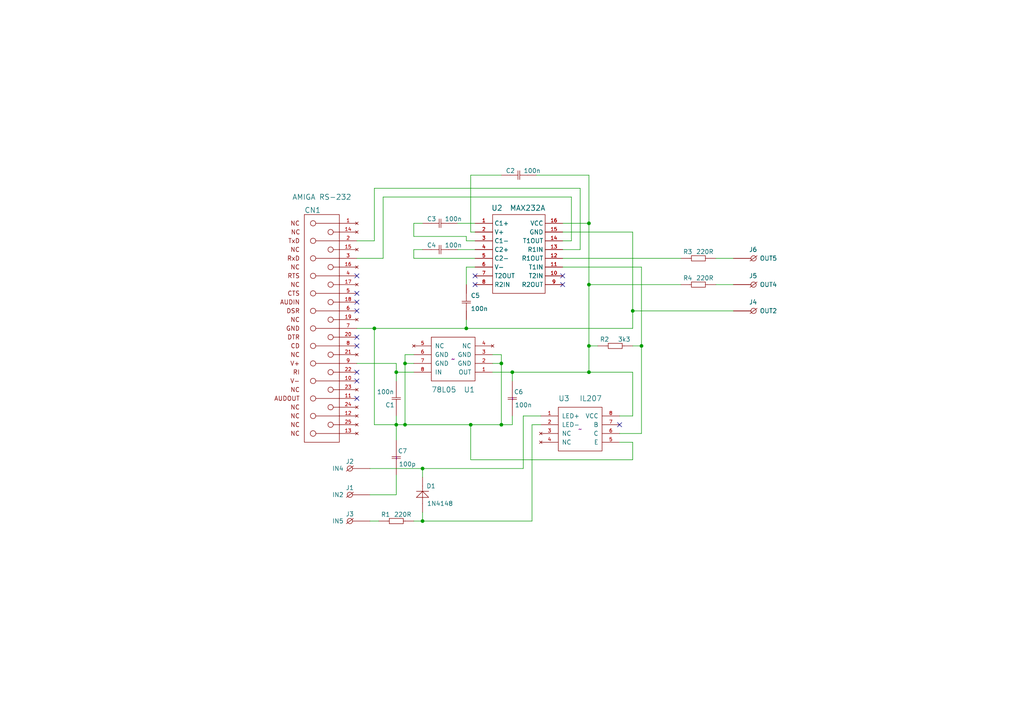
<source format=kicad_sch>
(kicad_sch (version 20211123) (generator eeschema)
  (paper "A4")
  (title_block (title "KA12 Amiga MIDI interface") (date "11 may 2016") (rev "1.0") (company "Krashan"))
  (lib_symbols
    (symbol "ka12:78Lxx_SOIC" (pin_names (offset 1.016))
      (property "Reference" "U" (at -6.35 8.89 0))
      (property "Value" "78Lxx_SOIC" (at 6.35 8.89 0))
      (symbol "78Lxx_SOIC_0_0"
        (rectangle (start -6.35 6.35) (end 6.35 -6.35))
      )
      (symbol "78Lxx_SOIC_1_1"
        (pin power_out line (at -11.43 3.81 0) (length 5.08) (name "OUT") (number "1"))
        (pin passive line (at -11.43 1.27 0) (length 5.08) (name "GND") (number "2"))
        (pin passive line (at -11.43 -1.27 0) (length 5.08) (name "GND") (number "3"))
        (pin no_connect line (at -11.43 -3.81 0) (length 5.08) (name "NC") (number "4"))
        (pin no_connect line (at 11.43 -3.81 180) (length 5.08) (name "NC") (number "5"))
        (pin passive line (at 11.43 -1.27 180) (length 5.08) (name "GND") (number "6"))
        (pin passive line (at 11.43 1.27 180) (length 5.08) (name "GND") (number "7"))
        (pin power_in line (at 11.43 3.81 180) (length 5.08) (name "IN") (number "8"))
      )
    )
    (symbol "ka12:AMIGA_RS-232" (pin_names (offset 0.0254) hide)
      (property "Reference" "CN" (at -5.08 34.29 0))
      (property "Value" "AMIGA_RS-232" (at 0 38.1 0))
      (symbol "AMIGA_RS-232_0_0"
        (rectangle (start -5.08 33.02) (end 5.08 -33.02))
        (text "AUDIN" (at -6.35 7.62 0) (effects (font (size 1.27 1.27)) (justify right)))
        (text "AUDOUT" (at -6.35 -20.32 0) (effects (font (size 1.27 1.27)) (justify right)))
        (text "CD" (at -6.35 -5.08 0) (effects (font (size 1.27 1.27)) (justify right)))
        (text "CTS" (at -6.35 10.16 0) (effects (font (size 1.27 1.27)) (justify right)))
        (text "DSR" (at -6.35 5.08 0) (effects (font (size 1.27 1.27)) (justify right)))
        (text "DTR" (at -6.35 -2.54 0) (effects (font (size 1.27 1.27)) (justify right)))
        (text "GND" (at -6.35 0 0) (effects (font (size 1.27 1.27)) (justify right)))
        (text "NC" (at -7.62 27.94 0) (effects (font (size 1.27 1.27))))
        (text "NC" (at -6.35 -30.48 0) (effects (font (size 1.27 1.27)) (justify right)))
        (text "NC" (at -6.35 -27.94 0) (effects (font (size 1.27 1.27)) (justify right)))
        (text "NC" (at -6.35 -25.4 0) (effects (font (size 1.27 1.27)) (justify right)))
        (text "NC" (at -6.35 -22.86 0) (effects (font (size 1.27 1.27)) (justify right)))
        (text "NC" (at -6.35 -17.78 0) (effects (font (size 1.27 1.27)) (justify right)))
        (text "NC" (at -6.35 -7.62 0) (effects (font (size 1.27 1.27)) (justify right)))
        (text "NC" (at -6.35 2.54 0) (effects (font (size 1.27 1.27)) (justify right)))
        (text "NC" (at -6.35 12.7 0) (effects (font (size 1.27 1.27)) (justify right)))
        (text "NC" (at -6.35 17.78 0) (effects (font (size 1.27 1.27)) (justify right)))
        (text "NC" (at -6.35 22.86 0) (effects (font (size 1.27 1.27)) (justify right)))
        (text "NC" (at -6.35 30.48 0) (effects (font (size 1.27 1.27)) (justify right)))
        (text "RI" (at -6.35 -12.7 0) (effects (font (size 1.27 1.27)) (justify right)))
        (text "RTS" (at -6.35 15.24 0) (effects (font (size 1.27 1.27)) (justify right)))
        (text "RxD" (at -6.35 20.32 0) (effects (font (size 1.27 1.27)) (justify right)))
        (text "TxD" (at -6.35 25.4 0) (effects (font (size 1.27 1.27)) (justify right)))
        (text "V+" (at -6.35 -10.16 0) (effects (font (size 1.27 1.27)) (justify right)))
        (text "V-" (at -6.35 -15.24 0) (effects (font (size 1.27 1.27)) (justify right)))
      )
      (symbol "AMIGA_RS-232_0_1"
        (circle (center -2.54 -30.48) (radius 0.8128))
        (circle (center -2.54 -25.4) (radius 0.762))
        (circle (center -2.54 -20.32) (radius 0.762))
        (circle (center -2.54 -15.24) (radius 0.762))
        (circle (center -2.54 -10.16) (radius 0.762))
        (circle (center -2.54 -5.08) (radius 0.762))
        (circle (center -2.54 0) (radius 0.762))
        (circle (center -2.54 5.08) (radius 0.762))
        (circle (center -2.54 10.16) (radius 0.762))
        (circle (center -2.54 15.24) (radius 0.762))
        (circle (center -2.54 20.32) (radius 0.762))
        (circle (center -2.54 25.4) (radius 0.762))
        (circle (center -2.54 30.48) (radius 0.762))
        (polyline (pts (xy -1.778 -30.48) (xy 5.08 -30.48)))
        (polyline (pts (xy -1.778 -25.4) (xy 5.08 -25.4)))
        (polyline (pts (xy -1.778 -20.32) (xy 5.08 -20.32)))
        (polyline (pts (xy -1.778 -15.24) (xy 5.08 -15.24)))
        (polyline (pts (xy -1.778 -10.16) (xy 5.08 -10.16)))
        (polyline (pts (xy -1.778 -5.08) (xy 5.08 -5.08)))
        (polyline (pts (xy -1.778 0) (xy 5.08 0)))
        (polyline (pts (xy -1.778 5.08) (xy 5.08 5.08)))
        (polyline (pts (xy -1.778 10.16) (xy 5.08 10.16)))
        (polyline (pts (xy -1.778 15.24) (xy 5.08 15.24)))
        (polyline (pts (xy -1.778 20.32) (xy 5.08 20.32)))
        (polyline (pts (xy -1.778 25.4) (xy 5.08 25.4)))
        (polyline (pts (xy -1.778 30.48) (xy 5.08 30.48)))
        (polyline (pts (xy 3.302 -27.94) (xy 5.08 -27.94)))
        (polyline (pts (xy 3.302 -22.86) (xy 5.08 -22.86)))
        (polyline (pts (xy 3.302 -17.78) (xy 5.08 -17.78)))
        (polyline (pts (xy 3.302 -12.7) (xy 5.08 -12.7)))
        (polyline (pts (xy 3.302 -7.62) (xy 5.08 -7.62)))
        (polyline (pts (xy 3.302 -2.54) (xy 5.08 -2.54)))
        (polyline (pts (xy 3.302 2.54) (xy 5.08 2.54)))
        (polyline (pts (xy 3.302 7.62) (xy 5.08 7.62)))
        (polyline (pts (xy 3.302 12.7) (xy 5.08 12.7)))
        (polyline (pts (xy 3.302 17.78) (xy 5.08 17.78)))
        (polyline (pts (xy 3.302 22.86) (xy 5.08 22.86)))
        (polyline (pts (xy 3.302 27.94) (xy 5.08 27.94)))
        (circle (center 2.54 -27.94) (radius 0.762))
        (circle (center 2.54 -22.86) (radius 0.762))
        (circle (center 2.54 -17.78) (radius 0.762))
        (circle (center 2.54 -12.7) (radius 0.762))
        (circle (center 2.54 -7.62) (radius 0.762))
        (circle (center 2.54 -2.54) (radius 0.762))
        (circle (center 2.54 2.54) (radius 0.762))
        (circle (center 2.54 7.62) (radius 0.762))
        (circle (center 2.54 12.7) (radius 0.762))
        (circle (center 2.54 17.78) (radius 0.762))
        (circle (center 2.54 22.86) (radius 0.762))
        (circle (center 2.54 27.94) (radius 0.762))
      )
      (symbol "AMIGA_RS-232_1_1"
        (pin no_connect line (at 10.16 30.48 180) (length 5.08) (name "NC") (number "1"))
        (pin power_out line (at 10.16 -15.24 180) (length 5.08) (name "V-") (number "10"))
        (pin output line (at 10.16 -20.32 180) (length 5.08) (name "AUDOUT") (number "11"))
        (pin no_connect line (at 10.16 -25.4 180) (length 5.08) (name "NC") (number "12"))
        (pin no_connect line (at 10.16 -30.48 180) (length 5.08) (name "NC") (number "13"))
        (pin no_connect line (at 10.16 27.94 180) (length 5.08) (name "NC") (number "14"))
        (pin no_connect line (at 10.16 22.86 180) (length 5.08) (name "NC") (number "15"))
        (pin no_connect line (at 10.16 17.78 180) (length 5.08) (name "NC") (number "16"))
        (pin no_connect line (at 10.16 12.7 180) (length 5.08) (name "NC") (number "17"))
        (pin input line (at 10.16 7.62 180) (length 5.08) (name "AUDIN") (number "18"))
        (pin no_connect line (at 10.16 2.54 180) (length 5.08) (name "NC") (number "19"))
        (pin output line (at 10.16 25.4 180) (length 5.08) (name "TxD") (number "2"))
        (pin output line (at 10.16 -2.54 180) (length 5.08) (name "DTR") (number "20"))
        (pin no_connect line (at 10.16 -7.62 180) (length 5.08) (name "NC") (number "21"))
        (pin input line (at 10.16 -12.7 180) (length 5.08) (name "RI") (number "22"))
        (pin no_connect line (at 10.16 -17.78 180) (length 5.08) (name "NC") (number "23"))
        (pin no_connect line (at 10.16 -22.86 180) (length 5.08) (name "NC") (number "24"))
        (pin no_connect line (at 10.16 -27.94 180) (length 5.08) (name "NC") (number "25"))
        (pin input line (at 10.16 20.32 180) (length 5.08) (name "RxD") (number "3"))
        (pin output line (at 10.16 15.24 180) (length 5.08) (name "RTS") (number "4"))
        (pin input line (at 10.16 10.16 180) (length 5.08) (name "CTS") (number "5"))
        (pin input line (at 10.16 5.08 180) (length 5.08) (name "DSR") (number "6"))
        (pin power_out line (at 10.16 0 180) (length 5.08) (name "GND") (number "7"))
        (pin input line (at 10.16 -5.08 180) (length 5.08) (name "CD") (number "8"))
        (pin power_out line (at 10.16 -10.16 180) (length 5.08) (name "V+") (number "9"))
      )
    )
    (symbol "ka12:CAP" (pin_numbers hide) (pin_names (offset 1.016) hide)
      (property "Reference" "C" (at -5.08 2.54 0))
      (property "Value" "CAP" (at 5.08 2.54 0))
      (symbol "CAP_0_1"
        (polyline (pts (xy -0.254 0) (xy -2.54 0)))
        (polyline (pts (xy -0.254 1.27) (xy -0.254 -1.27)))
        (polyline (pts (xy 0.254 0) (xy 2.54 0)))
        (polyline (pts (xy 0.254 1.27) (xy 0.254 -1.27)))
      )
      (symbol "CAP_1_1"
        (pin passive line (at -5.08 0 0) (length 2.54) (name "1") (number "1"))
        (pin passive line (at 5.08 0 180) (length 2.54) (name "2") (number "2"))
      )
    )
    (symbol "ka12:DIODE" (pin_numbers hide) (pin_names (offset 1.016) hide)
      (property "Reference" "D" (at -4.826 2.794 0))
      (property "Value" "DIODE" (at 5.08 2.794 0))
      (symbol "DIODE_0_1"
        (polyline (pts (xy -2.54 0) (xy 2.54 0)))
        (polyline (pts (xy 1.016 1.778) (xy 1.016 -1.778)))
        (polyline (pts (xy -0.762 1.778) (xy 1.016 0) (xy -0.762 -1.778) (xy -0.762 1.778)))
      )
      (symbol "DIODE_1_1"
        (pin passive line (at -5.08 0 0) (length 2.54) (name "1") (number "1"))
        (pin passive line (at 5.08 0 180) (length 2.54) (name "2") (number "2"))
      )
    )
    (symbol "ka12:IL207" (pin_names (offset 1.016))
      (property "Reference" "U" (at -6.35 8.89 0))
      (property "Value" "IL207" (at 6.35 8.89 0))
      (symbol "IL207_0_0"
        (rectangle (start -6.35 6.35) (end 6.35 -6.35))
      )
      (symbol "IL207_1_1"
        (pin passive line (at -11.43 3.81 0) (length 5.08) (name "LED+") (number "1"))
        (pin input line (at -11.43 1.27 0) (length 5.08) (name "LED-") (number "2"))
        (pin no_connect line (at -11.43 -1.27 0) (length 5.08) (name "NC") (number "3"))
        (pin no_connect line (at -11.43 -3.81 0) (length 5.08) (name "NC") (number "4"))
        (pin passive line (at 11.43 -3.81 180) (length 5.08) (name "E") (number "5"))
        (pin passive line (at 11.43 -1.27 180) (length 5.08) (name "C") (number "6"))
        (pin passive line (at 11.43 1.27 180) (length 5.08) (name "B") (number "7"))
        (pin power_in line (at 11.43 3.81 180) (length 5.08) (name "VCC") (number "8"))
      )
    )
    (symbol "ka12:MAX232A"
      (property "Reference" "U" (at -6.35 13.97 0))
      (property "Value" "MAX232A" (at 2.54 13.97 0))
      (symbol "MAX232A_0_1"
        (rectangle (start -7.62 11.43) (end 7.62 -11.43))
      )
      (symbol "MAX232A_1_1"
        (pin passive line (at -12.7 8.89 0) (length 5.08) (name "C1+") (number "1"))
        (pin input line (at 12.7 -6.35 180) (length 5.08) (name "T2IN") (number "10"))
        (pin input line (at 12.7 -3.81 180) (length 5.08) (name "T1IN") (number "11"))
        (pin output line (at 12.7 -1.27 180) (length 5.08) (name "R1OUT") (number "12"))
        (pin input line (at 12.7 1.27 180) (length 5.08) (name "R1IN") (number "13"))
        (pin output line (at 12.7 3.81 180) (length 5.08) (name "T1OUT") (number "14"))
        (pin passive line (at 12.7 6.35 180) (length 5.08) (name "GND") (number "15"))
        (pin power_in line (at 12.7 8.89 180) (length 5.08) (name "VCC") (number "16"))
        (pin passive line (at -12.7 6.35 0) (length 5.08) (name "V+") (number "2"))
        (pin passive line (at -12.7 3.81 0) (length 5.08) (name "C1-") (number "3"))
        (pin passive line (at -12.7 1.27 0) (length 5.08) (name "C2+") (number "4"))
        (pin passive line (at -12.7 -1.27 0) (length 5.08) (name "C2-") (number "5"))
        (pin passive line (at -12.7 -3.81 0) (length 5.08) (name "V-") (number "6"))
        (pin output line (at -12.7 -6.35 0) (length 5.08) (name "T2OUT") (number "7"))
        (pin input line (at -12.7 -8.89 0) (length 5.08) (name "R2IN") (number "8"))
        (pin output line (at 12.7 -8.89 180) (length 5.08) (name "R2OUT") (number "9"))
      )
    )
    (symbol "ka12:RES" (pin_numbers hide) (pin_names (offset 1.016) hide)
      (property "Reference" "R" (at -5.08 2.54 0))
      (property "Value" "RES" (at 5.08 2.54 0))
      (symbol "RES_0_1"
        (rectangle (start -2.032 0.762) (end 2.032 -0.762))
        (polyline (pts (xy -2.54 0) (xy -2.032 0)))
        (polyline (pts (xy 2.032 0) (xy 2.54 0)))
      )
      (symbol "RES_1_1"
        (pin passive line (at -5.08 0 0) (length 2.54) (name "1") (number "1"))
        (pin passive line (at 5.08 0 180) (length 2.54) (name "2") (number "2"))
      )
    )
    (symbol "ka12:TERM" (pin_numbers hide) (pin_names (offset 1.016) hide)
      (property "Reference" "J" (at -5.842 2.032 0))
      (property "Value" "TERM" (at -7.62 0 0))
      (symbol "TERM_0_1"
        (circle (center -5.842 0) (radius 0.762))
        (polyline (pts (xy -6.858 -0.762) (xy -4.826 0.762)))
      )
      (symbol "TERM_1_1"
        (pin passive line (at 0 0 180) (length 5.08) (name "1") (number "1"))
      )
    )
  )
  (junction (at 145.415 123.19))
  (junction (at 135.255 95.25))
  (junction (at 108.585 95.25))
  (junction (at 170.815 64.77))
  (junction (at 117.475 105.41))
  (junction (at 114.935 107.95))
  (junction (at 183.515 90.17))
  (junction (at 114.935 123.19))
  (junction (at 170.815 107.95))
  (junction (at 170.815 100.33))
  (junction (at 148.59 107.95))
  (junction (at 117.475 123.19))
  (junction (at 170.815 82.55))
  (junction (at 122.555 135.89))
  (junction (at 186.055 100.33))
  (junction (at 122.555 151.13))
  (junction (at 145.415 105.41))
  (junction (at 136.525 123.19))
  (no_connect (at 179.705 123.19))
  (no_connect (at 103.505 115.57))
  (no_connect (at 103.505 85.09))
  (no_connect (at 103.505 97.79))
  (no_connect (at 103.505 87.63))
  (no_connect (at 137.795 82.55))
  (no_connect (at 103.505 80.01))
  (no_connect (at 103.505 100.33))
  (no_connect (at 163.195 80.01))
  (no_connect (at 103.505 107.95))
  (no_connect (at 163.195 82.55))
  (no_connect (at 103.505 90.17))
  (no_connect (at 103.505 110.49))
  (no_connect (at 137.795 80.01))
  (wire (pts (xy 137.795 77.47) (xy 135.255 77.47)))
  (wire (pts (xy 173.355 100.33) (xy 170.815 100.33)))
  (wire (pts (xy 186.055 77.47) (xy 186.055 100.33)))
  (wire (pts (xy 145.415 123.19) (xy 148.59 123.19)))
  (wire (pts (xy 135.255 69.85) (xy 135.255 68.58)))
  (wire (pts (xy 186.055 125.73) (xy 179.705 125.73)))
  (wire (pts (xy 145.415 105.41) (xy 145.415 123.19)))
  (wire (pts (xy 183.515 90.17) (xy 183.515 67.31)))
  (wire (pts (xy 137.795 64.77) (xy 132.715 64.77)))
  (wire (pts (xy 137.795 67.31) (xy 136.525 67.31)))
  (wire (pts (xy 142.875 107.95) (xy 148.59 107.95)))
  (wire (pts (xy 163.195 74.93) (xy 197.485 74.93)))
  (wire (pts (xy 120.015 102.87) (xy 117.475 102.87)))
  (wire (pts (xy 122.555 135.89) (xy 122.555 138.43)))
  (wire (pts (xy 137.795 74.93) (xy 120.015 74.93)))
  (wire (pts (xy 137.795 72.39) (xy 132.715 72.39)))
  (wire (pts (xy 122.555 151.13) (xy 122.555 148.59)))
  (wire (pts (xy 108.585 95.25) (xy 135.255 95.25)))
  (wire (pts (xy 212.725 90.17) (xy 183.515 90.17)))
  (wire (pts (xy 120.015 151.13) (xy 122.555 151.13)))
  (wire (pts (xy 111.125 57.15) (xy 111.125 74.93)))
  (wire (pts (xy 114.935 120.65) (xy 114.935 123.19)))
  (wire (pts (xy 117.475 123.19) (xy 136.525 123.19)))
  (wire (pts (xy 114.935 143.51) (xy 107.315 143.51)))
  (wire (pts (xy 114.935 123.19) (xy 117.475 123.19)))
  (wire (pts (xy 183.515 120.65) (xy 179.705 120.65)))
  (wire (pts (xy 120.015 74.93) (xy 120.015 72.39)))
  (wire (pts (xy 183.515 100.33) (xy 186.055 100.33)))
  (wire (pts (xy 163.195 69.85) (xy 165.735 69.85)))
  (wire (pts (xy 151.765 120.65) (xy 156.845 120.65)))
  (wire (pts (xy 207.645 82.55) (xy 212.725 82.55)))
  (wire (pts (xy 137.795 69.85) (xy 135.255 69.85)))
  (wire (pts (xy 148.59 123.19) (xy 148.59 120.65)))
  (wire (pts (xy 136.525 123.19) (xy 145.415 123.19)))
  (wire (pts (xy 148.59 107.95) (xy 148.59 110.49)))
  (wire (pts (xy 114.935 105.41) (xy 103.505 105.41)))
  (wire (pts (xy 148.59 107.95) (xy 170.815 107.95)))
  (wire (pts (xy 183.515 107.95) (xy 183.515 120.65)))
  (wire (pts (xy 170.815 50.8) (xy 155.575 50.8)))
  (wire (pts (xy 183.515 128.27) (xy 179.705 128.27)))
  (wire (pts (xy 163.195 64.77) (xy 170.815 64.77)))
  (wire (pts (xy 207.645 74.93) (xy 212.725 74.93)))
  (wire (pts (xy 114.935 105.41) (xy 114.935 107.95)))
  (wire (pts (xy 183.515 133.35) (xy 183.515 128.27)))
  (wire (pts (xy 136.525 133.35) (xy 183.515 133.35)))
  (wire (pts (xy 183.515 67.31) (xy 163.195 67.31)))
  (wire (pts (xy 136.525 133.35) (xy 136.525 123.19)))
  (wire (pts (xy 107.315 151.13) (xy 109.855 151.13)))
  (wire (pts (xy 145.415 102.87) (xy 145.415 105.41)))
  (wire (pts (xy 108.585 69.85) (xy 103.505 69.85)))
  (wire (pts (xy 108.585 69.85) (xy 108.585 54.61)))
  (wire (pts (xy 136.525 67.31) (xy 136.525 50.8)))
  (wire (pts (xy 107.315 135.89) (xy 122.555 135.89)))
  (wire (pts (xy 114.935 107.95) (xy 114.935 110.49)))
  (wire (pts (xy 120.015 68.58) (xy 120.015 64.77)))
  (wire (pts (xy 197.485 82.55) (xy 170.815 82.55)))
  (wire (pts (xy 170.815 100.33) (xy 170.815 82.55)))
  (wire (pts (xy 135.255 68.58) (xy 120.015 68.58)))
  (wire (pts (xy 154.305 123.19) (xy 156.845 123.19)))
  (wire (pts (xy 114.935 123.19) (xy 114.935 127.635)))
  (wire (pts (xy 108.585 54.61) (xy 168.275 54.61)))
  (wire (pts (xy 117.475 105.41) (xy 117.475 123.19)))
  (wire (pts (xy 168.275 72.39) (xy 163.195 72.39)))
  (wire (pts (xy 154.305 151.13) (xy 154.305 123.19)))
  (wire (pts (xy 165.735 57.15) (xy 111.125 57.15)))
  (wire (pts (xy 135.255 95.25) (xy 183.515 95.25)))
  (wire (pts (xy 186.055 77.47) (xy 163.195 77.47)))
  (wire (pts (xy 151.765 135.89) (xy 151.765 120.65)))
  (wire (pts (xy 114.935 107.95) (xy 120.015 107.95)))
  (wire (pts (xy 183.515 95.25) (xy 183.515 90.17)))
  (wire (pts (xy 170.815 107.95) (xy 170.815 100.33)))
  (wire (pts (xy 168.275 54.61) (xy 168.275 72.39)))
  (wire (pts (xy 114.935 137.795) (xy 114.935 143.51)))
  (wire (pts (xy 103.505 95.25) (xy 108.585 95.25)))
  (wire (pts (xy 120.015 64.77) (xy 122.555 64.77)))
  (wire (pts (xy 122.555 135.89) (xy 151.765 135.89)))
  (wire (pts (xy 135.255 77.47) (xy 135.255 82.55)))
  (wire (pts (xy 135.255 95.25) (xy 135.255 92.71)))
  (wire (pts (xy 111.125 74.93) (xy 103.505 74.93)))
  (wire (pts (xy 108.585 95.25) (xy 108.585 123.19)))
  (wire (pts (xy 170.815 107.95) (xy 183.515 107.95)))
  (wire (pts (xy 165.735 69.85) (xy 165.735 57.15)))
  (wire (pts (xy 142.875 105.41) (xy 145.415 105.41)))
  (wire (pts (xy 136.525 50.8) (xy 145.415 50.8)))
  (wire (pts (xy 120.015 105.41) (xy 117.475 105.41)))
  (wire (pts (xy 142.875 102.87) (xy 145.415 102.87)))
  (wire (pts (xy 117.475 102.87) (xy 117.475 105.41)))
  (wire (pts (xy 170.815 82.55) (xy 170.815 64.77)))
  (wire (pts (xy 108.585 123.19) (xy 114.935 123.19)))
  (wire (pts (xy 170.815 64.77) (xy 170.815 50.8)))
  (wire (pts (xy 122.555 151.13) (xy 154.305 151.13)))
  (wire (pts (xy 120.015 72.39) (xy 122.555 72.39)))
  (wire (pts (xy 186.055 100.33) (xy 186.055 125.73)))
  (symbol (lib_id "ka12:AMIGA_RS-232") (at 93.345 95.25 0) (unit 1)
    (property "Reference" "CN1" (at 88.265 60.96 0) (effects (font (size 1.524 1.524)) (justify left)))
    (property "Value" "AMIGA RS-232" (at 93.345 57.15 0) (effects (font (size 1.524 1.524))))
  )
  (symbol (lib_id "ka12:MAX232A") (at 150.495 73.66 0) (unit 1)
    (property "Reference" "U2" (at 144.145 60.325 0) (effects (font (size 1.524 1.524))))
    (property "Value" "MAX232A" (at 153.035 60.325 0) (effects (font (size 1.524 1.524))))
  )
  (symbol (lib_id "ka12:CAP") (at 114.935 115.57 270) (unit 1)
    (property "Reference" "C1" (at 111.76 117.475 90) (effects (justify left)))
    (property "Value" "100n" (at 114.3 113.665 90) (effects (justify right)))
  )
  (symbol (lib_id "ka12:CAP") (at 150.495 50.8 0) (unit 1)
    (property "Reference" "C2" (at 146.685 49.53 0) (effects (justify left)))
    (property "Value" "100n" (at 156.845 49.53 0) (effects (justify right)))
  )
  (symbol (lib_id "ka12:CAP") (at 127.635 64.77 0) (unit 1)
    (property "Reference" "C3" (at 123.825 63.5 0) (effects (justify left)))
    (property "Value" "100n" (at 133.985 63.5 0) (effects (justify right)))
  )
  (symbol (lib_id "ka12:CAP") (at 127.635 72.39 0) (unit 1)
    (property "Reference" "C4" (at 123.825 71.12 0) (effects (justify left)))
    (property "Value" "100n" (at 133.985 71.12 0) (effects (justify right)))
  )
  (symbol (lib_id "ka12:CAP") (at 135.255 87.63 90) (unit 1)
    (property "Reference" "C5" (at 136.525 85.725 90) (effects (justify right)))
    (property "Value" "100n" (at 136.525 89.535 90) (effects (justify right)))
  )
  (symbol (lib_id "ka12:TERM") (at 107.315 135.89 0) (unit 1)
    (property "Reference" "J2" (at 101.473 133.858 0))
    (property "Value" "IN4" (at 99.695 135.89 0) (effects (justify right)))
  )
  (symbol (lib_id "ka12:TERM") (at 107.315 151.13 0) (unit 1)
    (property "Reference" "J3" (at 101.473 149.098 0))
    (property "Value" "IN5" (at 99.695 151.13 0) (effects (justify right)))
  )
  (symbol (lib_id "ka12:RES") (at 114.935 151.13 0) (unit 1)
    (property "Reference" "R1" (at 110.49 149.225 0) (effects (justify left)))
    (property "Value" "220R" (at 119.38 149.225 0) (effects (justify right)))
  )
  (symbol (lib_id "ka12:DIODE") (at 122.555 143.51 90) (unit 1)
    (property "Reference" "D1" (at 126.365 140.97 90) (effects (justify left)))
    (property "Value" "1N4148" (at 123.825 146.05 90) (effects (justify right)))
  )
  (symbol (lib_id "ka12:RES") (at 178.435 100.33 0) (unit 1)
    (property "Reference" "R2" (at 173.99 98.425 0) (effects (justify left)))
    (property "Value" "3k3" (at 182.88 98.425 0) (effects (justify right)))
  )
  (symbol (lib_id "ka12:RES") (at 202.565 74.93 0) (unit 1)
    (property "Reference" "R3" (at 198.12 73.025 0) (effects (justify left)))
    (property "Value" "220R" (at 207.01 73.025 0) (effects (justify right)))
  )
  (symbol (lib_id "ka12:RES") (at 202.565 82.55 0) (unit 1)
    (property "Reference" "R4" (at 198.12 80.645 0) (effects (justify left)))
    (property "Value" "220R" (at 207.01 80.645 0) (effects (justify right)))
  )
  (symbol (lib_id "ka12:TERM") (at 212.725 74.93 180) (unit 1)
    (property "Reference" "J6" (at 218.44 72.39 0))
    (property "Value" "OUT5" (at 220.345 74.93 0) (effects (justify right)))
  )
  (symbol (lib_id "ka12:TERM") (at 212.725 82.55 180) (unit 1)
    (property "Reference" "J5" (at 218.44 80.01 0))
    (property "Value" "OUT4" (at 220.345 82.55 0) (effects (justify right)))
  )
  (symbol (lib_id "ka12:TERM") (at 212.725 90.17 180) (unit 1)
    (property "Reference" "J4" (at 218.44 87.63 0))
    (property "Value" "OUT2" (at 220.345 90.17 0) (effects (justify right)))
  )
  (symbol (lib_id "ka12:TERM") (at 107.315 143.51 0) (unit 1)
    (property "Reference" "J1" (at 101.473 141.478 0))
    (property "Value" "IN2" (at 99.695 143.51 0) (effects (justify right)))
  )
  (symbol (lib_id "ka12:CAP") (at 148.59 115.57 90) (unit 1)
    (property "Reference" "C6" (at 151.765 113.665 90) (effects (justify left)))
    (property "Value" "100n" (at 154.305 117.475 90) (effects (justify left)))
    (property "Footprint" "~" (at 148.59 115.57 0) (effects (font (size 1.524 1.524))))
    (property "Datasheet" "~" (at 148.59 115.57 0) (effects (font (size 1.524 1.524))))
  )
  (symbol (lib_id "ka12:CAP") (at 114.935 132.715 90) (unit 1)
    (property "Reference" "C7" (at 118.11 130.81 90) (effects (justify left)))
    (property "Value" "100p" (at 120.65 134.62 90) (effects (justify left)))
    (property "Footprint" "~" (at 114.935 132.715 0) (effects (font (size 1.524 1.524))))
    (property "Datasheet" "~" (at 114.935 132.715 0) (effects (font (size 1.524 1.524))))
  )
  (symbol (lib_id "ka12:78Lxx_SOIC") (at 131.445 104.14 180) (unit 1)
    (property "Reference" "U1" (at 137.795 113.03 0) (effects (font (size 1.524 1.524)) (justify left)))
    (property "Value" "78L05" (at 125.095 113.03 0) (effects (font (size 1.524 1.524)) (justify right)))
    (property "Footprint" "~" (at 131.445 104.14 0) (effects (font (size 1.524 1.524))))
    (property "Datasheet" "~" (at 131.445 104.14 0) (effects (font (size 1.524 1.524))))
  )
  (symbol (lib_id "ka12:IL207") (at 168.275 124.46 0) (unit 1)
    (property "Reference" "U3" (at 161.925 115.57 0) (effects (font (size 1.524 1.524)) (justify left)))
    (property "Value" "IL207" (at 174.625 115.57 0) (effects (font (size 1.524 1.524)) (justify right)))
    (property "Datasheet" "~" (at 168.275 124.46 0) (effects (font (size 1.524 1.524))))
  )
)
</source>
